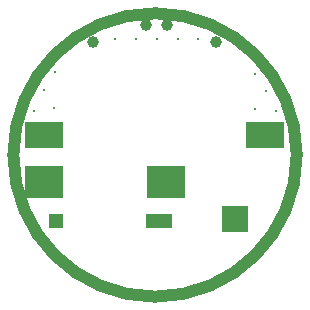
<source format=gbs>
G04 Layer_Color=16711935*
%FSLAX25Y25*%
%MOIN*%
G70*
G01*
G75*
%ADD10C,0.03937*%
%ADD17C,0.03937*%
%ADD20C,0.00800*%
%ADD21R,0.12611X0.08674*%
%ADD22R,0.12611X0.10642*%
%ADD23R,0.08674X0.04737*%
%ADD24R,0.04737X0.04737*%
%ADD25R,0.08674X0.08674*%
D10*
X20374Y37500D02*
D03*
X-20571D02*
D03*
X-2953Y43209D02*
D03*
X4232Y43307D02*
D03*
D17*
X47343Y-98D02*
G03*
X47343Y-98I-47244J0D01*
G01*
D20*
X-13156Y38484D02*
D03*
X14534D02*
D03*
X689D02*
D03*
X-33169Y27657D02*
D03*
X-33563Y15453D02*
D03*
X-40256Y14567D02*
D03*
X33465Y15157D02*
D03*
X37106Y21063D02*
D03*
X33366Y26870D02*
D03*
X-6234Y38484D02*
D03*
X7611D02*
D03*
X40354Y14567D02*
D03*
X-36909Y21555D02*
D03*
D21*
Y6594D02*
D03*
X36811D02*
D03*
D22*
X-36811Y-8957D02*
D03*
X3740Y-9055D02*
D03*
D23*
X1575Y-22000D02*
D03*
D24*
X-32874D02*
D03*
D25*
X26673Y-21358D02*
D03*
M02*

</source>
